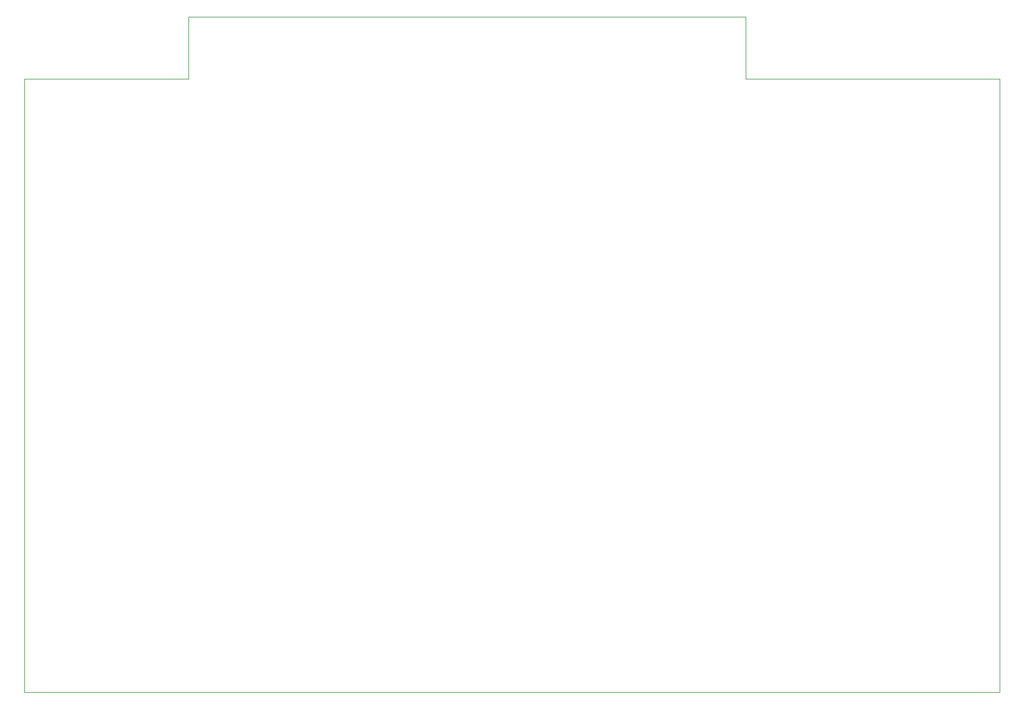
<source format=gm1>
G04 #@! TF.GenerationSoftware,KiCad,Pcbnew,5.1.10*
G04 #@! TF.CreationDate,2021-08-06T08:54:22+02:00*
G04 #@! TF.ProjectId,nano,6e616e6f-2e6b-4696-9361-645f70636258,rev?*
G04 #@! TF.SameCoordinates,Original*
G04 #@! TF.FileFunction,Profile,NP*
%FSLAX46Y46*%
G04 Gerber Fmt 4.6, Leading zero omitted, Abs format (unit mm)*
G04 Created by KiCad (PCBNEW 5.1.10) date 2021-08-06 08:54:22*
%MOMM*%
%LPD*%
G01*
G04 APERTURE LIST*
G04 #@! TA.AperFunction,Profile*
%ADD10C,0.050000*%
G04 #@! TD*
G04 APERTURE END LIST*
D10*
X186800000Y-34300000D02*
X186800000Y-43400000D01*
X105400000Y-34300000D02*
X186800000Y-34300000D01*
X105400000Y-43400000D02*
X105400000Y-34300000D01*
X81500000Y-43400000D02*
X105400000Y-43400000D01*
X81500000Y-132900000D02*
X81500000Y-43400000D01*
X223900000Y-132900000D02*
X81500000Y-132900000D01*
X223900000Y-43400000D02*
X223900000Y-132900000D01*
X186800000Y-43400000D02*
X223900000Y-43400000D01*
M02*

</source>
